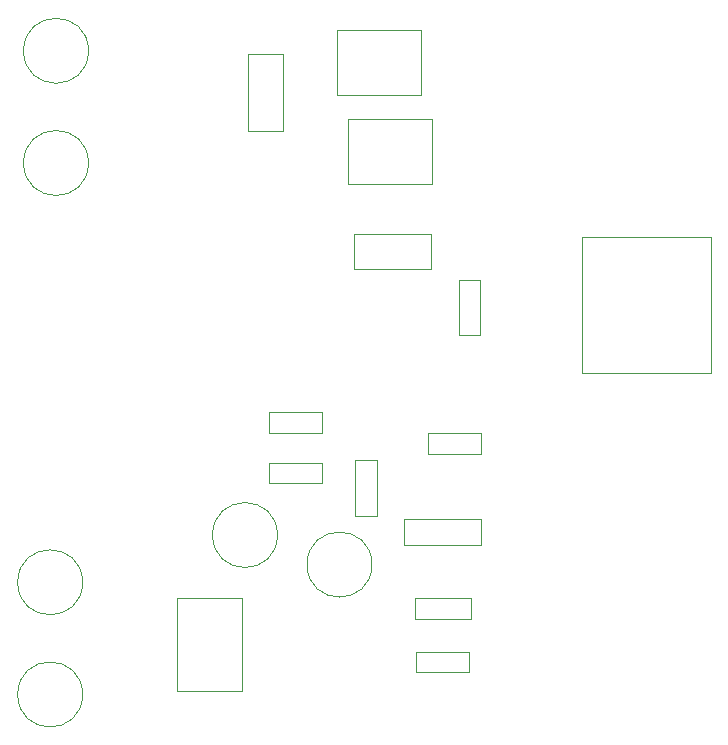
<source format=gbr>
G04 #@! TF.GenerationSoftware,KiCad,Pcbnew,(5.0.0)*
G04 #@! TF.CreationDate,2018-12-18T17:12:43+00:00*
G04 #@! TF.ProjectId,lm3150,6C6D333135302E6B696361645F706362,rev?*
G04 #@! TF.SameCoordinates,Original*
G04 #@! TF.FileFunction,Other,User*
%FSLAX46Y46*%
G04 Gerber Fmt 4.6, Leading zero omitted, Abs format (unit mm)*
G04 Created by KiCad (PCBNEW (5.0.0)) date 12/18/18 17:12:43*
%MOMM*%
%LPD*%
G01*
G04 APERTURE LIST*
%ADD10C,0.050000*%
G04 APERTURE END LIST*
D10*
G04 #@! TO.C,C1*
X119250000Y-41750000D02*
X119250000Y-48250000D01*
X119250000Y-41750000D02*
X116250000Y-41750000D01*
X116250000Y-48250000D02*
X119250000Y-48250000D01*
X116250000Y-48250000D02*
X116250000Y-41750000D01*
G04 #@! TO.C,C2*
X122500000Y-78120000D02*
X118000000Y-78120000D01*
X122500000Y-78120000D02*
X122500000Y-76370000D01*
X118000000Y-76370000D02*
X118000000Y-78120000D01*
X118000000Y-76370000D02*
X122500000Y-76370000D01*
G04 #@! TO.C,C3*
X131500000Y-73870000D02*
X136000000Y-73870000D01*
X131500000Y-73870000D02*
X131500000Y-75620000D01*
X136000000Y-75620000D02*
X136000000Y-73870000D01*
X136000000Y-75620000D02*
X131500000Y-75620000D01*
G04 #@! TO.C,C4*
X118000000Y-72120000D02*
X122500000Y-72120000D01*
X118000000Y-72120000D02*
X118000000Y-73870000D01*
X122500000Y-73870000D02*
X122500000Y-72120000D01*
X122500000Y-73870000D02*
X118000000Y-73870000D01*
G04 #@! TO.C,C5*
X125250000Y-57000000D02*
X131750000Y-57000000D01*
X125250000Y-57000000D02*
X125250000Y-60000000D01*
X131750000Y-60000000D02*
X131750000Y-57000000D01*
X131750000Y-60000000D02*
X125250000Y-60000000D01*
G04 #@! TO.C,C6*
X135000000Y-94120000D02*
X130500000Y-94120000D01*
X135000000Y-94120000D02*
X135000000Y-92370000D01*
X130500000Y-92370000D02*
X130500000Y-94120000D01*
X130500000Y-92370000D02*
X135000000Y-92370000D01*
G04 #@! TO.C,C7*
X115760000Y-87800000D02*
X115760000Y-95700000D01*
X115760000Y-87800000D02*
X110230000Y-87800000D01*
X110230000Y-95700000D02*
X115760000Y-95700000D01*
X110230000Y-95700000D02*
X110230000Y-87800000D01*
G04 #@! TO.C,L1*
X155450000Y-68750000D02*
X155450000Y-57250000D01*
X144550000Y-68750000D02*
X155450000Y-68750000D01*
X144550000Y-57250000D02*
X144550000Y-68750000D01*
X155450000Y-57250000D02*
X144550000Y-57250000D01*
G04 #@! TO.C,MH1*
X102750000Y-51000000D02*
G75*
G03X102750000Y-51000000I-2750000J0D01*
G01*
G04 #@! TO.C,MH2*
X102750000Y-41500000D02*
G75*
G03X102750000Y-41500000I-2750000J0D01*
G01*
G04 #@! TO.C,MH3*
X118750000Y-82500000D02*
G75*
G03X118750000Y-82500000I-2750000J0D01*
G01*
G04 #@! TO.C,MH4*
X126750000Y-85000000D02*
G75*
G03X126750000Y-85000000I-2750000J0D01*
G01*
G04 #@! TO.C,MH5*
X102250000Y-96000000D02*
G75*
G03X102250000Y-96000000I-2750000J0D01*
G01*
G04 #@! TO.C,MH6*
X102250000Y-86500000D02*
G75*
G03X102250000Y-86500000I-2750000J0D01*
G01*
G04 #@! TO.C,Q1*
X130860000Y-45250000D02*
X130860000Y-39750000D01*
X123760000Y-45250000D02*
X123760000Y-39750000D01*
X130860000Y-45250000D02*
X123760000Y-45250000D01*
X130860000Y-39750000D02*
X123760000Y-39750000D01*
G04 #@! TO.C,Q2*
X124700000Y-52750000D02*
X131800000Y-52750000D01*
X124700000Y-47250000D02*
X131800000Y-47250000D01*
X131800000Y-47250000D02*
X131800000Y-52750000D01*
X124700000Y-47250000D02*
X124700000Y-52750000D01*
G04 #@! TO.C,R1*
X125350000Y-80850000D02*
X125350000Y-76150000D01*
X125350000Y-80850000D02*
X127150000Y-80850000D01*
X127150000Y-76150000D02*
X125350000Y-76150000D01*
X127150000Y-76150000D02*
X127150000Y-80850000D01*
G04 #@! TO.C,R2*
X134100000Y-65600000D02*
X134100000Y-60900000D01*
X134100000Y-65600000D02*
X135900000Y-65600000D01*
X135900000Y-60900000D02*
X134100000Y-60900000D01*
X135900000Y-60900000D02*
X135900000Y-65600000D01*
G04 #@! TO.C,R3*
X130400000Y-87850000D02*
X135100000Y-87850000D01*
X130400000Y-87850000D02*
X130400000Y-89650000D01*
X135100000Y-89650000D02*
X135100000Y-87850000D01*
X135100000Y-89650000D02*
X130400000Y-89650000D01*
G04 #@! TO.C,R4*
X136000000Y-83350000D02*
X129500000Y-83350000D01*
X136000000Y-83350000D02*
X136000000Y-81140000D01*
X129500000Y-81140000D02*
X129500000Y-83350000D01*
X129500000Y-81140000D02*
X136000000Y-81140000D01*
G04 #@! TD*
M02*

</source>
